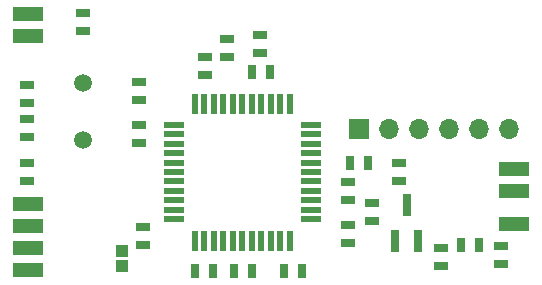
<source format=gbr>
G04 #@! TF.FileFunction,Soldermask,Top*
%FSLAX46Y46*%
G04 Gerber Fmt 4.6, Leading zero omitted, Abs format (unit mm)*
G04 Created by KiCad (PCBNEW 4.0.7+dfsg1-1) date Sun Jan 21 17:37:17 2018*
%MOMM*%
%LPD*%
G01*
G04 APERTURE LIST*
%ADD10C,0.100000*%
%ADD11R,1.143000X0.635000*%
%ADD12R,0.635000X1.143000*%
%ADD13R,0.800000X1.900000*%
%ADD14C,1.500000*%
%ADD15R,2.500000X1.250000*%
%ADD16R,1.000000X1.000000*%
%ADD17R,0.550000X1.700000*%
%ADD18R,1.700000X0.550000*%
%ADD19R,1.700000X1.700000*%
%ADD20O,1.700000X1.700000*%
G04 APERTURE END LIST*
D10*
D11*
X18990000Y-15422000D03*
X18990000Y-13898000D03*
D12*
X36008000Y-35780000D03*
X37532000Y-35780000D03*
D11*
X24120000Y-32008000D03*
X24120000Y-33532000D03*
X41460000Y-28228000D03*
X41460000Y-29752000D03*
X14280000Y-24432000D03*
X14280000Y-22908000D03*
X14270000Y-19978000D03*
X14270000Y-21502000D03*
D12*
X33338000Y-18900000D03*
X34862000Y-18900000D03*
D11*
X54380000Y-33628000D03*
X54380000Y-35152000D03*
D13*
X45470000Y-33180000D03*
X47370000Y-33180000D03*
X46420000Y-30180000D03*
D12*
X28508000Y-35790000D03*
X30032000Y-35790000D03*
X33312000Y-35790000D03*
X31788000Y-35790000D03*
D11*
X34050000Y-17292000D03*
X34050000Y-15768000D03*
X29330000Y-19152000D03*
X29330000Y-17628000D03*
X31200000Y-17622000D03*
X31200000Y-16098000D03*
X14290000Y-28112000D03*
X14290000Y-26588000D03*
X23760000Y-24942000D03*
X23760000Y-23418000D03*
X23760000Y-21292000D03*
X23760000Y-19768000D03*
X43460000Y-30018000D03*
X43460000Y-31542000D03*
X41450000Y-31878000D03*
X41450000Y-33402000D03*
X49350000Y-33788000D03*
X49350000Y-35312000D03*
D12*
X52552000Y-33550000D03*
X51028000Y-33550000D03*
X43122000Y-26570000D03*
X41598000Y-26570000D03*
D11*
X45790000Y-26568000D03*
X45790000Y-28092000D03*
D14*
X19030000Y-24680000D03*
X19030000Y-19800000D03*
D15*
X14340000Y-15840000D03*
X55550000Y-31790000D03*
X55550000Y-27080000D03*
X55550000Y-29000000D03*
X14350000Y-30090000D03*
X14350000Y-33810000D03*
X14350000Y-31950000D03*
X14350000Y-35690000D03*
X14340000Y-14000000D03*
D16*
X22360000Y-34060000D03*
X22360000Y-35360000D03*
D17*
X28510000Y-33170000D03*
X29310000Y-33170000D03*
X30110000Y-33170000D03*
X30910000Y-33170000D03*
X31710000Y-33170000D03*
X32510000Y-33170000D03*
X33310000Y-33170000D03*
X34110000Y-33170000D03*
X34910000Y-33170000D03*
X35710000Y-33170000D03*
X36510000Y-33170000D03*
D18*
X38310000Y-31370000D03*
X38310000Y-30570000D03*
X38310000Y-29770000D03*
X38310000Y-28970000D03*
X38310000Y-28170000D03*
X38310000Y-27370000D03*
X38310000Y-26570000D03*
X38310000Y-25770000D03*
X38310000Y-24970000D03*
X38310000Y-24170000D03*
X38310000Y-23370000D03*
D17*
X36510000Y-21570000D03*
X35710000Y-21570000D03*
X34910000Y-21570000D03*
X34110000Y-21570000D03*
X33310000Y-21570000D03*
X32510000Y-21570000D03*
X31710000Y-21570000D03*
X30910000Y-21570000D03*
X30110000Y-21570000D03*
X29310000Y-21570000D03*
X28510000Y-21570000D03*
D18*
X26710000Y-23370000D03*
X26710000Y-24170000D03*
X26710000Y-24970000D03*
X26710000Y-25770000D03*
X26710000Y-26570000D03*
X26710000Y-27370000D03*
X26710000Y-28170000D03*
X26710000Y-28970000D03*
X26710000Y-29770000D03*
X26710000Y-30570000D03*
X26710000Y-31370000D03*
D19*
X42350000Y-23690000D03*
D20*
X44890000Y-23690000D03*
X47430000Y-23690000D03*
X49970000Y-23690000D03*
X52510000Y-23690000D03*
X55050000Y-23690000D03*
M02*

</source>
